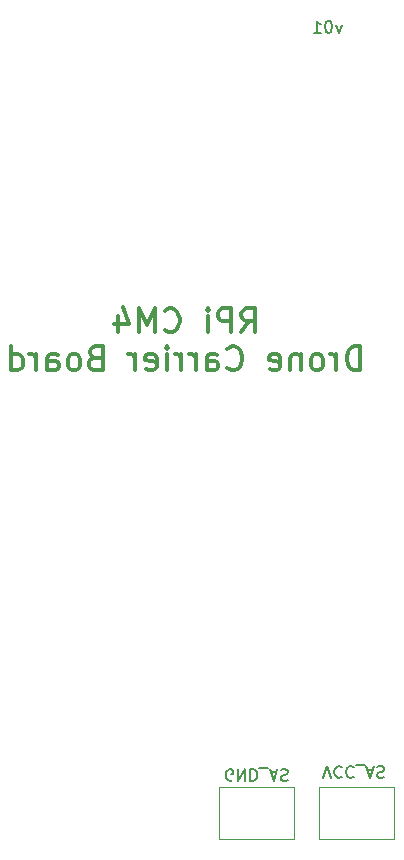
<source format=gbr>
G04 #@! TF.GenerationSoftware,KiCad,Pcbnew,(5.99.0-9568-gb9d26a55f2)*
G04 #@! TF.CreationDate,2021-03-17T08:28:42+01:00*
G04 #@! TF.ProjectId,rpi_cm4_drone_carrier_v01,7270695f-636d-4345-9f64-726f6e655f63,v01*
G04 #@! TF.SameCoordinates,Original*
G04 #@! TF.FileFunction,Legend,Bot*
G04 #@! TF.FilePolarity,Positive*
%FSLAX46Y46*%
G04 Gerber Fmt 4.6, Leading zero omitted, Abs format (unit mm)*
G04 Created by KiCad (PCBNEW (5.99.0-9568-gb9d26a55f2)) date 2021-03-17 08:28:42*
%MOMM*%
%LPD*%
G01*
G04 APERTURE LIST*
%ADD10C,0.300000*%
%ADD11C,0.150000*%
%ADD12C,0.120000*%
G04 APERTURE END LIST*
D10*
X151214285Y-105294761D02*
X151880952Y-104342380D01*
X152357142Y-105294761D02*
X152357142Y-103294761D01*
X151595238Y-103294761D01*
X151404761Y-103390000D01*
X151309523Y-103485238D01*
X151214285Y-103675714D01*
X151214285Y-103961428D01*
X151309523Y-104151904D01*
X151404761Y-104247142D01*
X151595238Y-104342380D01*
X152357142Y-104342380D01*
X150357142Y-105294761D02*
X150357142Y-103294761D01*
X149595238Y-103294761D01*
X149404761Y-103390000D01*
X149309523Y-103485238D01*
X149214285Y-103675714D01*
X149214285Y-103961428D01*
X149309523Y-104151904D01*
X149404761Y-104247142D01*
X149595238Y-104342380D01*
X150357142Y-104342380D01*
X148357142Y-105294761D02*
X148357142Y-103961428D01*
X148357142Y-103294761D02*
X148452380Y-103390000D01*
X148357142Y-103485238D01*
X148261904Y-103390000D01*
X148357142Y-103294761D01*
X148357142Y-103485238D01*
X144738095Y-105104285D02*
X144833333Y-105199523D01*
X145119047Y-105294761D01*
X145309523Y-105294761D01*
X145595238Y-105199523D01*
X145785714Y-105009047D01*
X145880952Y-104818571D01*
X145976190Y-104437619D01*
X145976190Y-104151904D01*
X145880952Y-103770952D01*
X145785714Y-103580476D01*
X145595238Y-103390000D01*
X145309523Y-103294761D01*
X145119047Y-103294761D01*
X144833333Y-103390000D01*
X144738095Y-103485238D01*
X143880952Y-105294761D02*
X143880952Y-103294761D01*
X143214285Y-104723333D01*
X142547619Y-103294761D01*
X142547619Y-105294761D01*
X140738095Y-103961428D02*
X140738095Y-105294761D01*
X141214285Y-103199523D02*
X141690476Y-104628095D01*
X140452380Y-104628095D01*
X161261904Y-108514761D02*
X161261904Y-106514761D01*
X160785714Y-106514761D01*
X160500000Y-106610000D01*
X160309523Y-106800476D01*
X160214285Y-106990952D01*
X160119047Y-107371904D01*
X160119047Y-107657619D01*
X160214285Y-108038571D01*
X160309523Y-108229047D01*
X160500000Y-108419523D01*
X160785714Y-108514761D01*
X161261904Y-108514761D01*
X159261904Y-108514761D02*
X159261904Y-107181428D01*
X159261904Y-107562380D02*
X159166666Y-107371904D01*
X159071428Y-107276666D01*
X158880952Y-107181428D01*
X158690476Y-107181428D01*
X157738095Y-108514761D02*
X157928571Y-108419523D01*
X158023809Y-108324285D01*
X158119047Y-108133809D01*
X158119047Y-107562380D01*
X158023809Y-107371904D01*
X157928571Y-107276666D01*
X157738095Y-107181428D01*
X157452380Y-107181428D01*
X157261904Y-107276666D01*
X157166666Y-107371904D01*
X157071428Y-107562380D01*
X157071428Y-108133809D01*
X157166666Y-108324285D01*
X157261904Y-108419523D01*
X157452380Y-108514761D01*
X157738095Y-108514761D01*
X156214285Y-107181428D02*
X156214285Y-108514761D01*
X156214285Y-107371904D02*
X156119047Y-107276666D01*
X155928571Y-107181428D01*
X155642857Y-107181428D01*
X155452380Y-107276666D01*
X155357142Y-107467142D01*
X155357142Y-108514761D01*
X153642857Y-108419523D02*
X153833333Y-108514761D01*
X154214285Y-108514761D01*
X154404761Y-108419523D01*
X154500000Y-108229047D01*
X154500000Y-107467142D01*
X154404761Y-107276666D01*
X154214285Y-107181428D01*
X153833333Y-107181428D01*
X153642857Y-107276666D01*
X153547619Y-107467142D01*
X153547619Y-107657619D01*
X154500000Y-107848095D01*
X150023809Y-108324285D02*
X150119047Y-108419523D01*
X150404761Y-108514761D01*
X150595238Y-108514761D01*
X150880952Y-108419523D01*
X151071428Y-108229047D01*
X151166666Y-108038571D01*
X151261904Y-107657619D01*
X151261904Y-107371904D01*
X151166666Y-106990952D01*
X151071428Y-106800476D01*
X150880952Y-106610000D01*
X150595238Y-106514761D01*
X150404761Y-106514761D01*
X150119047Y-106610000D01*
X150023809Y-106705238D01*
X148309523Y-108514761D02*
X148309523Y-107467142D01*
X148404761Y-107276666D01*
X148595238Y-107181428D01*
X148976190Y-107181428D01*
X149166666Y-107276666D01*
X148309523Y-108419523D02*
X148500000Y-108514761D01*
X148976190Y-108514761D01*
X149166666Y-108419523D01*
X149261904Y-108229047D01*
X149261904Y-108038571D01*
X149166666Y-107848095D01*
X148976190Y-107752857D01*
X148500000Y-107752857D01*
X148309523Y-107657619D01*
X147357142Y-108514761D02*
X147357142Y-107181428D01*
X147357142Y-107562380D02*
X147261904Y-107371904D01*
X147166666Y-107276666D01*
X146976190Y-107181428D01*
X146785714Y-107181428D01*
X146119047Y-108514761D02*
X146119047Y-107181428D01*
X146119047Y-107562380D02*
X146023809Y-107371904D01*
X145928571Y-107276666D01*
X145738095Y-107181428D01*
X145547619Y-107181428D01*
X144880952Y-108514761D02*
X144880952Y-107181428D01*
X144880952Y-106514761D02*
X144976190Y-106610000D01*
X144880952Y-106705238D01*
X144785714Y-106610000D01*
X144880952Y-106514761D01*
X144880952Y-106705238D01*
X143166666Y-108419523D02*
X143357142Y-108514761D01*
X143738095Y-108514761D01*
X143928571Y-108419523D01*
X144023809Y-108229047D01*
X144023809Y-107467142D01*
X143928571Y-107276666D01*
X143738095Y-107181428D01*
X143357142Y-107181428D01*
X143166666Y-107276666D01*
X143071428Y-107467142D01*
X143071428Y-107657619D01*
X144023809Y-107848095D01*
X142214285Y-108514761D02*
X142214285Y-107181428D01*
X142214285Y-107562380D02*
X142119047Y-107371904D01*
X142023809Y-107276666D01*
X141833333Y-107181428D01*
X141642857Y-107181428D01*
X138785714Y-107467142D02*
X138500000Y-107562380D01*
X138404761Y-107657619D01*
X138309523Y-107848095D01*
X138309523Y-108133809D01*
X138404761Y-108324285D01*
X138500000Y-108419523D01*
X138690476Y-108514761D01*
X139452380Y-108514761D01*
X139452380Y-106514761D01*
X138785714Y-106514761D01*
X138595238Y-106610000D01*
X138500000Y-106705238D01*
X138404761Y-106895714D01*
X138404761Y-107086190D01*
X138500000Y-107276666D01*
X138595238Y-107371904D01*
X138785714Y-107467142D01*
X139452380Y-107467142D01*
X137166666Y-108514761D02*
X137357142Y-108419523D01*
X137452380Y-108324285D01*
X137547619Y-108133809D01*
X137547619Y-107562380D01*
X137452380Y-107371904D01*
X137357142Y-107276666D01*
X137166666Y-107181428D01*
X136880952Y-107181428D01*
X136690476Y-107276666D01*
X136595238Y-107371904D01*
X136500000Y-107562380D01*
X136500000Y-108133809D01*
X136595238Y-108324285D01*
X136690476Y-108419523D01*
X136880952Y-108514761D01*
X137166666Y-108514761D01*
X134785714Y-108514761D02*
X134785714Y-107467142D01*
X134880952Y-107276666D01*
X135071428Y-107181428D01*
X135452380Y-107181428D01*
X135642857Y-107276666D01*
X134785714Y-108419523D02*
X134976190Y-108514761D01*
X135452380Y-108514761D01*
X135642857Y-108419523D01*
X135738095Y-108229047D01*
X135738095Y-108038571D01*
X135642857Y-107848095D01*
X135452380Y-107752857D01*
X134976190Y-107752857D01*
X134785714Y-107657619D01*
X133833333Y-108514761D02*
X133833333Y-107181428D01*
X133833333Y-107562380D02*
X133738095Y-107371904D01*
X133642857Y-107276666D01*
X133452380Y-107181428D01*
X133261904Y-107181428D01*
X131738095Y-108514761D02*
X131738095Y-106514761D01*
X131738095Y-108419523D02*
X131928571Y-108514761D01*
X132309523Y-108514761D01*
X132500000Y-108419523D01*
X132595238Y-108324285D01*
X132690476Y-108133809D01*
X132690476Y-107562380D01*
X132595238Y-107371904D01*
X132500000Y-107276666D01*
X132309523Y-107181428D01*
X131928571Y-107181428D01*
X131738095Y-107276666D01*
D11*
X159690476Y-79285714D02*
X159452380Y-79952380D01*
X159214285Y-79285714D01*
X158642857Y-78952380D02*
X158547619Y-78952380D01*
X158452380Y-79000000D01*
X158404761Y-79047619D01*
X158357142Y-79142857D01*
X158309523Y-79333333D01*
X158309523Y-79571428D01*
X158357142Y-79761904D01*
X158404761Y-79857142D01*
X158452380Y-79904761D01*
X158547619Y-79952380D01*
X158642857Y-79952380D01*
X158738095Y-79904761D01*
X158785714Y-79857142D01*
X158833333Y-79761904D01*
X158880952Y-79571428D01*
X158880952Y-79333333D01*
X158833333Y-79142857D01*
X158785714Y-79047619D01*
X158738095Y-79000000D01*
X158642857Y-78952380D01*
X157357142Y-79952380D02*
X157928571Y-79952380D01*
X157642857Y-79952380D02*
X157642857Y-78952380D01*
X157738095Y-79095238D01*
X157833333Y-79190476D01*
X157928571Y-79238095D01*
X150452380Y-143250000D02*
X150357142Y-143297619D01*
X150214285Y-143297619D01*
X150071428Y-143250000D01*
X149976190Y-143154761D01*
X149928571Y-143059523D01*
X149880952Y-142869047D01*
X149880952Y-142726190D01*
X149928571Y-142535714D01*
X149976190Y-142440476D01*
X150071428Y-142345238D01*
X150214285Y-142297619D01*
X150309523Y-142297619D01*
X150452380Y-142345238D01*
X150500000Y-142392857D01*
X150500000Y-142726190D01*
X150309523Y-142726190D01*
X150928571Y-142297619D02*
X150928571Y-143297619D01*
X151500000Y-142297619D01*
X151500000Y-143297619D01*
X151976190Y-142297619D02*
X151976190Y-143297619D01*
X152214285Y-143297619D01*
X152357142Y-143250000D01*
X152452380Y-143154761D01*
X152500000Y-143059523D01*
X152547619Y-142869047D01*
X152547619Y-142726190D01*
X152500000Y-142535714D01*
X152452380Y-142440476D01*
X152357142Y-142345238D01*
X152214285Y-142297619D01*
X151976190Y-142297619D01*
X152738095Y-142202380D02*
X153500000Y-142202380D01*
X153690476Y-142583333D02*
X154166666Y-142583333D01*
X153595238Y-142297619D02*
X153928571Y-143297619D01*
X154261904Y-142297619D01*
X154547619Y-142345238D02*
X154690476Y-142297619D01*
X154928571Y-142297619D01*
X155023809Y-142345238D01*
X155071428Y-142392857D01*
X155119047Y-142488095D01*
X155119047Y-142583333D01*
X155071428Y-142678571D01*
X155023809Y-142726190D01*
X154928571Y-142773809D01*
X154738095Y-142821428D01*
X154642857Y-142869047D01*
X154595238Y-142916666D01*
X154547619Y-143011904D01*
X154547619Y-143107142D01*
X154595238Y-143202380D01*
X154642857Y-143250000D01*
X154738095Y-143297619D01*
X154976190Y-143297619D01*
X155119047Y-143250000D01*
X158130952Y-143047619D02*
X158464285Y-142047619D01*
X158797619Y-143047619D01*
X159702380Y-142142857D02*
X159654761Y-142095238D01*
X159511904Y-142047619D01*
X159416666Y-142047619D01*
X159273809Y-142095238D01*
X159178571Y-142190476D01*
X159130952Y-142285714D01*
X159083333Y-142476190D01*
X159083333Y-142619047D01*
X159130952Y-142809523D01*
X159178571Y-142904761D01*
X159273809Y-143000000D01*
X159416666Y-143047619D01*
X159511904Y-143047619D01*
X159654761Y-143000000D01*
X159702380Y-142952380D01*
X160702380Y-142142857D02*
X160654761Y-142095238D01*
X160511904Y-142047619D01*
X160416666Y-142047619D01*
X160273809Y-142095238D01*
X160178571Y-142190476D01*
X160130952Y-142285714D01*
X160083333Y-142476190D01*
X160083333Y-142619047D01*
X160130952Y-142809523D01*
X160178571Y-142904761D01*
X160273809Y-143000000D01*
X160416666Y-143047619D01*
X160511904Y-143047619D01*
X160654761Y-143000000D01*
X160702380Y-142952380D01*
X160892857Y-141952380D02*
X161654761Y-141952380D01*
X161845238Y-142333333D02*
X162321428Y-142333333D01*
X161750000Y-142047619D02*
X162083333Y-143047619D01*
X162416666Y-142047619D01*
X162702380Y-142095238D02*
X162845238Y-142047619D01*
X163083333Y-142047619D01*
X163178571Y-142095238D01*
X163226190Y-142142857D01*
X163273809Y-142238095D01*
X163273809Y-142333333D01*
X163226190Y-142428571D01*
X163178571Y-142476190D01*
X163083333Y-142523809D01*
X162892857Y-142571428D01*
X162797619Y-142619047D01*
X162750000Y-142666666D01*
X162702380Y-142761904D01*
X162702380Y-142857142D01*
X162750000Y-142952380D01*
X162797619Y-143000000D01*
X162892857Y-143047619D01*
X163130952Y-143047619D01*
X163273809Y-143000000D01*
D12*
X149300000Y-148200000D02*
X155700000Y-148200000D01*
X155700000Y-143800000D02*
X149300000Y-143800000D01*
X149300000Y-143800000D02*
X149300000Y-148200000D01*
X155700000Y-148200000D02*
X155700000Y-143800000D01*
X157750000Y-143800000D02*
X157750000Y-148200000D01*
X157750000Y-148200000D02*
X164150000Y-148200000D01*
X164150000Y-143800000D02*
X157750000Y-143800000D01*
X164150000Y-148200000D02*
X164150000Y-143800000D01*
M02*

</source>
